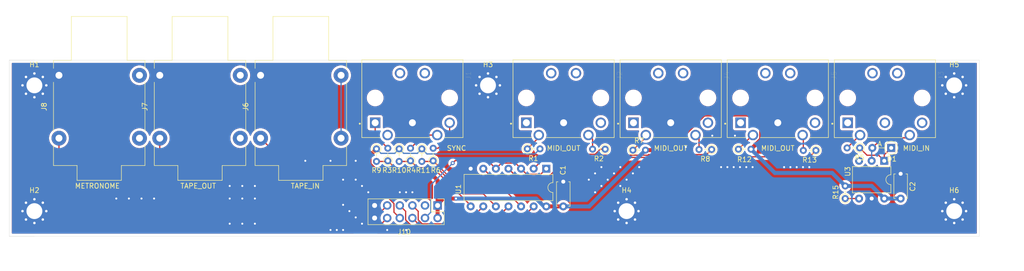
<source format=kicad_pcb>
(kicad_pcb (version 20171130) (host pcbnew 5.1.10)
  (layers (0 F.Cu signal) (31 B.Cu signal) (34 B.Paste user) (35 F.Paste user) (36 B.SilkS user) (37 F.SilkS user) (38 B.Mask user) (39 F.Mask user) (44 Edge.Cuts user))
  (net 0 "")
  (net 1 GND)
  (net 2 +5V)
  (net 3 "Net-(D1-Pad1)")
  (net 4 "Net-(R3-Pad1)")
  (net 5 "Net-(R10-Pad2)")
  (net 6 "Net-(R11-Pad2)")
  (net 7 "Net-(D1-Pad2)")
  (net 8 "Net-(J1-Pad3)")
  (net 9 "Net-(J1-Pad1)")
  (net 10 "Net-(J1-Pad5)")
  (net 11 "Net-(J2-Pad5)")
  (net 12 "Net-(J2-Pad4)")
  (net 13 "Net-(J3-Pad4)")
  (net 14 "Net-(J4-Pad4)")
  (net 15 "Net-(J4-Pad5)")
  (net 16 "Net-(J5-Pad5)")
  (net 17 "Net-(J5-Pad4)")
  (net 18 "Net-(R2-Pad1)")
  (net 19 "Net-(R8-Pad1)")
  (net 20 "Net-(R13-Pad1)")
  (net 21 /MIDI_RX)
  (net 22 /MIDI_TX)
  (net 23 /START)
  (net 24 /CONTINUE)
  (net 25 /CLOCK)
  (net 26 /TAPE_IN)
  (net 27 /METRONOME)
  (net 28 /TAPE_OUT)
  (net 29 "Net-(J6-PadSN)")
  (module Capacitor_THT:C_Disc_D4.7mm_W2.5mm_P5.00mm (layer F.Cu) (at 171.3865 100.6475 90)
    (fp_text reference C1 (at 7.3025 -0.0635 90) (layer F.SilkS))
    (fp_text value 100nF)
    (pad 2 thru_hole circle (at 5 0 90) (size 1.6 1.6) (drill 0.8) (layers *.Cu *.Mask) (net 1 GND))
    (pad 1 thru_hole circle (at 0 0 90) (size 1.6 1.6) (drill 0.8) (layers *.Cu *.Mask) (net 2 +5V))
  )
  (module Capacitor_THT:C_Disc_D4.7mm_W2.5mm_P5.00mm (layer F.Cu) (at 239.395 99.06 90)
    (fp_text reference C2 (at 2.413 2.413 90) (layer F.SilkS))
    (fp_text value 100nF)
    (pad 1 thru_hole circle (at 0 0 90) (size 1.6 1.6) (drill 0.8) (layers *.Cu *.Mask) (net 2 +5V))
    (pad 2 thru_hole circle (at 5 0 90) (size 1.6 1.6) (drill 0.8) (layers *.Cu *.Mask) (net 1 GND))
  )
  (module Resistor_THT:R_Axial_DIN0204_L3.6mm_D1.6mm_P2.54mm_Vertical (layer F.Cu) (at 164.1475 89.027)
    (fp_text reference R1 (at 1.2065 1.905) (layer F.SilkS))
    (fp_text value 220)
    (pad 2 thru_hole oval (at 2.54 0) (size 1.4 1.4) (drill 0.7) (layers *.Cu *.Mask) (net 2 +5V))
    (pad 1 thru_hole circle (at 0 0) (size 1.4 1.4) (drill 0.7) (layers *.Cu *.Mask) (net 12 "Net-(J2-Pad4)"))
  )
  (module Resistor_THT:R_Axial_DIN0204_L3.6mm_D1.6mm_P2.54mm_Vertical (layer F.Cu) (at 179.832 89.0905 180)
    (fp_text reference R2 (at 1.27 -1.92) (layer F.SilkS))
    (fp_text value 220)
    (pad 1 thru_hole circle (at 0 0 180) (size 1.4 1.4) (drill 0.7) (layers *.Cu *.Mask) (net 18 "Net-(R2-Pad1)"))
    (pad 2 thru_hole oval (at 2.54 0 180) (size 1.4 1.4) (drill 0.7) (layers *.Cu *.Mask) (net 11 "Net-(J2-Pad5)"))
  )
  (module Resistor_THT:R_Axial_DIN0204_L3.6mm_D1.6mm_P2.54mm_Vertical (layer F.Cu) (at 136.017 91.44 90)
    (fp_text reference R3 (at -1.905 -0.127 180) (layer F.SilkS))
    (fp_text value 100)
    (pad 1 thru_hole circle (at 0 0 90) (size 1.4 1.4) (drill 0.7) (layers *.Cu *.Mask) (net 4 "Net-(R3-Pad1)"))
    (pad 2 thru_hole oval (at 2.54 0 90) (size 1.4 1.4) (drill 0.7) (layers *.Cu *.Mask) (net 9 "Net-(J1-Pad1)"))
  )
  (module Resistor_THT:R_Axial_DIN0204_L3.6mm_D1.6mm_P2.54mm_Vertical (layer F.Cu) (at 140.589 91.44 90)
    (fp_text reference R4 (at -1.905 0.127 180) (layer F.SilkS))
    (fp_text value 100)
    (pad 2 thru_hole oval (at 2.54 0 90) (size 1.4 1.4) (drill 0.7) (layers *.Cu *.Mask) (net 10 "Net-(J1-Pad5)"))
    (pad 1 thru_hole circle (at 0 0 90) (size 1.4 1.4) (drill 0.7) (layers *.Cu *.Mask) (net 5 "Net-(R10-Pad2)"))
  )
  (module Resistor_THT:R_Axial_DIN0204_L3.6mm_D1.6mm_P2.54mm_Vertical (layer F.Cu) (at 231.14 88.8365 180)
    (fp_text reference R5 (at 0 -1.9685) (layer F.SilkS))
    (fp_text value 220)
    (pad 1 thru_hole circle (at 0 0 180) (size 1.4 1.4) (drill 0.7) (layers *.Cu *.Mask) (net 3 "Net-(D1-Pad1)"))
    (pad 2 thru_hole oval (at 2.54 0 180) (size 1.4 1.4) (drill 0.7) (layers *.Cu *.Mask) (net 13 "Net-(J3-Pad4)"))
  )
  (module Resistor_THT:R_Axial_DIN0204_L3.6mm_D1.6mm_P2.54mm_Vertical (layer F.Cu) (at 145.161 91.44 90)
    (fp_text reference R6 (at -1.905 0.508 180) (layer F.SilkS))
    (fp_text value 100)
    (pad 1 thru_hole circle (at 0 0 90) (size 1.4 1.4) (drill 0.7) (layers *.Cu *.Mask) (net 6 "Net-(R11-Pad2)"))
    (pad 2 thru_hole oval (at 2.54 0 90) (size 1.4 1.4) (drill 0.7) (layers *.Cu *.Mask) (net 8 "Net-(J1-Pad3)"))
  )
  (module Resistor_THT:R_Axial_DIN0204_L3.6mm_D1.6mm_P2.54mm_Vertical (layer F.Cu) (at 185.42 89.281)
    (fp_text reference R7 (at 1.27 -1.92) (layer F.SilkS))
    (fp_text value 220)
    (pad 1 thru_hole circle (at 0 0) (size 1.4 1.4) (drill 0.7) (layers *.Cu *.Mask) (net 14 "Net-(J4-Pad4)"))
    (pad 2 thru_hole oval (at 2.54 0) (size 1.4 1.4) (drill 0.7) (layers *.Cu *.Mask) (net 2 +5V))
  )
  (module Resistor_THT:R_Axial_DIN0204_L3.6mm_D1.6mm_P2.54mm_Vertical (layer F.Cu) (at 201.295 89.154 180)
    (fp_text reference R8 (at 1.27 -1.92) (layer F.SilkS))
    (fp_text value 220)
    (pad 2 thru_hole oval (at 2.54 0 180) (size 1.4 1.4) (drill 0.7) (layers *.Cu *.Mask) (net 15 "Net-(J4-Pad5)"))
    (pad 1 thru_hole circle (at 0 0 180) (size 1.4 1.4) (drill 0.7) (layers *.Cu *.Mask) (net 19 "Net-(R8-Pad1)"))
  )
  (module Resistor_THT:R_Axial_DIN0204_L3.6mm_D1.6mm_P2.54mm_Vertical (layer F.Cu) (at 133.731 89.027 270)
    (fp_text reference R9 (at 4.318 0 180) (layer F.SilkS))
    (fp_text value 4.7K)
    (pad 2 thru_hole oval (at 2.54 0 270) (size 1.4 1.4) (drill 0.7) (layers *.Cu *.Mask) (net 4 "Net-(R3-Pad1)"))
    (pad 1 thru_hole circle (at 0 0 270) (size 1.4 1.4) (drill 0.7) (layers *.Cu *.Mask) (net 2 +5V))
  )
  (module Resistor_THT:R_Axial_DIN0204_L3.6mm_D1.6mm_P2.54mm_Vertical (layer F.Cu) (at 138.303 89.027 270)
    (fp_text reference R10 (at 4.318 0 180) (layer F.SilkS))
    (fp_text value 4.7K)
    (pad 1 thru_hole circle (at 0 0 270) (size 1.4 1.4) (drill 0.7) (layers *.Cu *.Mask) (net 2 +5V))
    (pad 2 thru_hole oval (at 2.54 0 270) (size 1.4 1.4) (drill 0.7) (layers *.Cu *.Mask) (net 5 "Net-(R10-Pad2)"))
  )
  (module Resistor_THT:R_Axial_DIN0204_L3.6mm_D1.6mm_P2.54mm_Vertical (layer F.Cu) (at 142.875 89.027 270)
    (fp_text reference R11 (at 4.318 -0.254 180) (layer F.SilkS))
    (fp_text value 4.7K)
    (pad 2 thru_hole oval (at 2.54 0 270) (size 1.4 1.4) (drill 0.7) (layers *.Cu *.Mask) (net 6 "Net-(R11-Pad2)"))
    (pad 1 thru_hole circle (at 0 0 270) (size 1.4 1.4) (drill 0.7) (layers *.Cu *.Mask) (net 2 +5V))
  )
  (module Resistor_THT:R_Axial_DIN0204_L3.6mm_D1.6mm_P2.54mm_Vertical (layer F.Cu) (at 206.6925 89.0905)
    (fp_text reference R12 (at 1.2065 2.0955) (layer F.SilkS))
    (fp_text value 220)
    (pad 1 thru_hole circle (at 0 0) (size 1.4 1.4) (drill 0.7) (layers *.Cu *.Mask) (net 17 "Net-(J5-Pad4)"))
    (pad 2 thru_hole oval (at 2.54 0) (size 1.4 1.4) (drill 0.7) (layers *.Cu *.Mask) (net 2 +5V))
  )
  (module Resistor_THT:R_Axial_DIN0204_L3.6mm_D1.6mm_P2.54mm_Vertical (layer F.Cu) (at 222.3135 89.3445 180)
    (fp_text reference R13 (at 1.27 -1.92) (layer F.SilkS))
    (fp_text value 220)
    (pad 2 thru_hole oval (at 2.54 0 180) (size 1.4 1.4) (drill 0.7) (layers *.Cu *.Mask) (net 16 "Net-(J5-Pad5)"))
    (pad 1 thru_hole circle (at 0 0 180) (size 1.4 1.4) (drill 0.7) (layers *.Cu *.Mask) (net 20 "Net-(R13-Pad1)"))
  )
  (module Resistor_THT:R_Axial_DIN0204_L3.6mm_D1.6mm_P2.54mm_Vertical (layer F.Cu) (at 228.219 99.06 90)
    (fp_text reference R15 (at 1.27 -1.92 90) (layer F.SilkS))
    (fp_text value DNF)
    (pad 2 thru_hole oval (at 2.54 0 90) (size 1.4 1.4) (drill 0.7) (layers *.Cu *.Mask) (net 2 +5V))
    (pad 1 thru_hole circle (at 0 0 90) (size 1.4 1.4) (drill 0.7) (layers *.Cu *.Mask) (net 21 /MIDI_RX))
  )
  (module MCB1:SWITCHCRAFT_57PC5FS (layer F.Cu) (at 140.97 78.74 270)
    (fp_text reference J1 (at -4.572 -11.303 90) (layer F.SilkS) (effects (font (thickness 0.015))))
    (fp_text value SYNC (at 10.16 -8.89) (layer F.SilkS))
    (pad None np_thru_hole circle (at 0 -7.505 270) (size 2.39 2.39) (drill 2.39) (layers *.Cu *.Mask))
    (pad None np_thru_hole circle (at 0 7.505 270) (size 2.39 2.39) (drill 2.39) (layers *.Cu *.Mask))
    (pad G1 thru_hole circle (at -5 -2.5 270) (size 2.1 2.1) (drill 1.4) (layers *.Cu *.Mask))
    (pad G2 thru_hole circle (at -5 2.5 270) (size 2.1 2.1) (drill 1.4) (layers *.Cu *.Mask))
    (pad 2 thru_hole circle (at 5.01 0 270) (size 2.1 2.1) (drill 1.4) (layers *.Cu *.Mask) (net 1 GND))
    (pad 3 thru_hole circle (at 5.01 -7.505 270) (size 2.1 2.1) (drill 1.4) (layers *.Cu *.Mask) (net 8 "Net-(J1-Pad3)"))
    (pad 1 thru_hole rect (at 5.01 7.505 270) (size 2.1 2.1) (drill 1.4) (layers *.Cu *.Mask) (net 9 "Net-(J1-Pad1)"))
    (pad 5 thru_hole circle (at 7.5 -5.005 270) (size 2.1 2.1) (drill 1.4) (layers *.Cu *.Mask) (net 10 "Net-(J1-Pad5)"))
    (pad 4 thru_hole circle (at 7.5 5.005 270) (size 2.1 2.1) (drill 1.4) (layers *.Cu *.Mask))
  )
  (module MCB1:SWITCHCRAFT_57PC5FS (layer F.Cu) (at 171.45 78.74 270)
    (fp_text reference J2 (at -4.572 -11.303 90) (layer F.SilkS) (effects (font (thickness 0.015))))
    (fp_text value MIDI_OUT (at 10.16 0 180) (layer F.SilkS))
    (pad None np_thru_hole circle (at 0 -7.505 270) (size 2.39 2.39) (drill 2.39) (layers *.Cu *.Mask))
    (pad None np_thru_hole circle (at 0 7.505 270) (size 2.39 2.39) (drill 2.39) (layers *.Cu *.Mask))
    (pad G1 thru_hole circle (at -5 -2.5 270) (size 2.1 2.1) (drill 1.4) (layers *.Cu *.Mask))
    (pad G2 thru_hole circle (at -5 2.5 270) (size 2.1 2.1) (drill 1.4) (layers *.Cu *.Mask))
    (pad 2 thru_hole circle (at 5.01 0 270) (size 2.1 2.1) (drill 1.4) (layers *.Cu *.Mask) (net 1 GND))
    (pad 3 thru_hole circle (at 5.01 -7.505 270) (size 2.1 2.1) (drill 1.4) (layers *.Cu *.Mask))
    (pad 1 thru_hole rect (at 5.01 7.505 270) (size 2.1 2.1) (drill 1.4) (layers *.Cu *.Mask))
    (pad 5 thru_hole circle (at 7.5 -5.005 270) (size 2.1 2.1) (drill 1.4) (layers *.Cu *.Mask) (net 11 "Net-(J2-Pad5)"))
    (pad 4 thru_hole circle (at 7.5 5.005 270) (size 2.1 2.1) (drill 1.4) (layers *.Cu *.Mask) (net 12 "Net-(J2-Pad4)"))
  )
  (module MCB1:SWITCHCRAFT_57PC5FS (layer F.Cu) (at 236.22 78.7465 270)
    (fp_text reference J3 (at -4.572 -11.303 90) (layer F.SilkS) (effects (font (thickness 0.015))))
    (fp_text value MIDI_IN (at 10.1535 -6.35) (layer F.SilkS))
    (pad 4 thru_hole circle (at 7.5 5.005 270) (size 2.1 2.1) (drill 1.4) (layers *.Cu *.Mask) (net 13 "Net-(J3-Pad4)"))
    (pad 5 thru_hole circle (at 7.5 -5.005 270) (size 2.1 2.1) (drill 1.4) (layers *.Cu *.Mask) (net 7 "Net-(D1-Pad2)"))
    (pad 1 thru_hole rect (at 5.01 7.505 270) (size 2.1 2.1) (drill 1.4) (layers *.Cu *.Mask))
    (pad 3 thru_hole circle (at 5.01 -7.505 270) (size 2.1 2.1) (drill 1.4) (layers *.Cu *.Mask))
    (pad 2 thru_hole circle (at 5.01 0 270) (size 2.1 2.1) (drill 1.4) (layers *.Cu *.Mask))
    (pad G2 thru_hole circle (at -5 2.5 270) (size 2.1 2.1) (drill 1.4) (layers *.Cu *.Mask))
    (pad G1 thru_hole circle (at -5 -2.5 270) (size 2.1 2.1) (drill 1.4) (layers *.Cu *.Mask))
    (pad None np_thru_hole circle (at 0 7.505 270) (size 2.39 2.39) (drill 2.39) (layers *.Cu *.Mask))
    (pad None np_thru_hole circle (at 0 -7.505 270) (size 2.39 2.39) (drill 2.39) (layers *.Cu *.Mask))
  )
  (module MCB1:SWITCHCRAFT_57PC5FS (layer F.Cu) (at 193.04 78.74 270)
    (fp_text reference J4 (at -4.572 -11.303 90) (layer F.SilkS) (effects (font (thickness 0.015))))
    (fp_text value MIDI_OUT (at 10.16 0 180) (layer F.SilkS))
    (pad 4 thru_hole circle (at 7.5 5.005 270) (size 2.1 2.1) (drill 1.4) (layers *.Cu *.Mask) (net 14 "Net-(J4-Pad4)"))
    (pad 5 thru_hole circle (at 7.5 -5.005 270) (size 2.1 2.1) (drill 1.4) (layers *.Cu *.Mask) (net 15 "Net-(J4-Pad5)"))
    (pad 1 thru_hole rect (at 5.01 7.505 270) (size 2.1 2.1) (drill 1.4) (layers *.Cu *.Mask))
    (pad 3 thru_hole circle (at 5.01 -7.505 270) (size 2.1 2.1) (drill 1.4) (layers *.Cu *.Mask))
    (pad 2 thru_hole circle (at 5.01 0 270) (size 2.1 2.1) (drill 1.4) (layers *.Cu *.Mask) (net 1 GND))
    (pad G2 thru_hole circle (at -5 2.5 270) (size 2.1 2.1) (drill 1.4) (layers *.Cu *.Mask))
    (pad G1 thru_hole circle (at -5 -2.5 270) (size 2.1 2.1) (drill 1.4) (layers *.Cu *.Mask))
    (pad None np_thru_hole circle (at 0 7.505 270) (size 2.39 2.39) (drill 2.39) (layers *.Cu *.Mask))
    (pad None np_thru_hole circle (at 0 -7.505 270) (size 2.39 2.39) (drill 2.39) (layers *.Cu *.Mask))
  )
  (module MCB1:SWITCHCRAFT_57PC5FS (layer F.Cu) (at 214.63 78.74 270)
    (fp_text reference J5 (at -4.572 -11.303 90) (layer F.SilkS) (effects (font (thickness 0.015))))
    (fp_text value MIDI_OUT (at 10.16 0 180) (layer F.SilkS))
    (pad None np_thru_hole circle (at 0 -7.505 270) (size 2.39 2.39) (drill 2.39) (layers *.Cu *.Mask))
    (pad None np_thru_hole circle (at 0 7.505 270) (size 2.39 2.39) (drill 2.39) (layers *.Cu *.Mask))
    (pad G1 thru_hole circle (at -5 -2.5 270) (size 2.1 2.1) (drill 1.4) (layers *.Cu *.Mask))
    (pad G2 thru_hole circle (at -5 2.5 270) (size 2.1 2.1) (drill 1.4) (layers *.Cu *.Mask))
    (pad 2 thru_hole circle (at 5.01 0 270) (size 2.1 2.1) (drill 1.4) (layers *.Cu *.Mask) (net 1 GND))
    (pad 3 thru_hole circle (at 5.01 -7.505 270) (size 2.1 2.1) (drill 1.4) (layers *.Cu *.Mask))
    (pad 1 thru_hole rect (at 5.01 7.505 270) (size 2.1 2.1) (drill 1.4) (layers *.Cu *.Mask))
    (pad 5 thru_hole circle (at 7.5 -5.005 270) (size 2.1 2.1) (drill 1.4) (layers *.Cu *.Mask) (net 16 "Net-(J5-Pad5)"))
    (pad 4 thru_hole circle (at 7.5 5.005 270) (size 2.1 2.1) (drill 1.4) (layers *.Cu *.Mask) (net 17 "Net-(J5-Pad4)"))
  )
  (module Package_DIP:DIP-14_W7.62mm (layer F.Cu) (at 167.9575 93.0275 270)
    (fp_text reference U1 (at 4.1275 17.7165 90) (layer F.SilkS))
    (fp_text value 74LS05)
    (pad 1 thru_hole rect (at 0 0 270) (size 1.6 1.6) (drill 0.8) (layers *.Cu *.Mask) (net 22 /MIDI_TX))
    (pad 8 thru_hole oval (at 7.62 15.24 270) (size 1.6 1.6) (drill 0.8) (layers *.Cu *.Mask) (net 4 "Net-(R3-Pad1)"))
    (pad 2 thru_hole oval (at 0 2.54 270) (size 1.6 1.6) (drill 0.8) (layers *.Cu *.Mask) (net 18 "Net-(R2-Pad1)"))
    (pad 9 thru_hole oval (at 7.62 12.7 270) (size 1.6 1.6) (drill 0.8) (layers *.Cu *.Mask) (net 23 /START))
    (pad 3 thru_hole oval (at 0 5.08 270) (size 1.6 1.6) (drill 0.8) (layers *.Cu *.Mask) (net 22 /MIDI_TX))
    (pad 10 thru_hole oval (at 7.62 10.16 270) (size 1.6 1.6) (drill 0.8) (layers *.Cu *.Mask) (net 5 "Net-(R10-Pad2)"))
    (pad 4 thru_hole oval (at 0 7.62 270) (size 1.6 1.6) (drill 0.8) (layers *.Cu *.Mask) (net 19 "Net-(R8-Pad1)"))
    (pad 11 thru_hole oval (at 7.62 7.62 270) (size 1.6 1.6) (drill 0.8) (layers *.Cu *.Mask) (net 24 /CONTINUE))
    (pad 5 thru_hole oval (at 0 10.16 270) (size 1.6 1.6) (drill 0.8) (layers *.Cu *.Mask) (net 22 /MIDI_TX))
    (pad 12 thru_hole oval (at 7.62 5.08 270) (size 1.6 1.6) (drill 0.8) (layers *.Cu *.Mask) (net 6 "Net-(R11-Pad2)"))
    (pad 6 thru_hole oval (at 0 12.7 270) (size 1.6 1.6) (drill 0.8) (layers *.Cu *.Mask) (net 20 "Net-(R13-Pad1)"))
    (pad 13 thru_hole oval (at 7.62 2.54 270) (size 1.6 1.6) (drill 0.8) (layers *.Cu *.Mask) (net 25 /CLOCK))
    (pad 7 thru_hole oval (at 0 15.24 270) (size 1.6 1.6) (drill 0.8) (layers *.Cu *.Mask) (net 1 GND))
    (pad 14 thru_hole oval (at 7.62 0 270) (size 1.6 1.6) (drill 0.8) (layers *.Cu *.Mask) (net 2 +5V))
  )
  (module Connector_PinHeader_2.54mm:PinHeader_2x06_P2.54mm_Vertical (layer F.Cu) (at 146.05 100.457 270)
    (fp_text reference J10 (at 5.334 6.731 180) (layer F.SilkS))
    (fp_text value Conn_01x12)
    (pad 1 thru_hole rect (at 0 0 270) (size 1.7 1.7) (drill 1) (layers *.Cu *.Mask) (net 2 +5V))
    (pad 2 thru_hole oval (at 2.54 0 270) (size 1.7 1.7) (drill 1) (layers *.Cu *.Mask) (net 2 +5V))
    (pad 3 thru_hole oval (at 0 2.54 270) (size 1.7 1.7) (drill 1) (layers *.Cu *.Mask) (net 21 /MIDI_RX))
    (pad 4 thru_hole oval (at 2.54 2.54 270) (size 1.7 1.7) (drill 1) (layers *.Cu *.Mask) (net 22 /MIDI_TX))
    (pad 5 thru_hole oval (at 0 5.08 270) (size 1.7 1.7) (drill 1) (layers *.Cu *.Mask) (net 23 /START))
    (pad 6 thru_hole oval (at 2.54 5.08 270) (size 1.7 1.7) (drill 1) (layers *.Cu *.Mask) (net 24 /CONTINUE))
    (pad 7 thru_hole oval (at 0 7.62 270) (size 1.7 1.7) (drill 1) (layers *.Cu *.Mask) (net 25 /CLOCK))
    (pad 8 thru_hole oval (at 2.54 7.62 270) (size 1.7 1.7) (drill 1) (layers *.Cu *.Mask) (net 26 /TAPE_IN))
    (pad 9 thru_hole oval (at 0 10.16 270) (size 1.7 1.7) (drill 1) (layers *.Cu *.Mask) (net 28 /TAPE_OUT))
    (pad 10 thru_hole oval (at 2.54 10.16 270) (size 1.7 1.7) (drill 1) (layers *.Cu *.Mask) (net 27 /METRONOME))
    (pad 11 thru_hole oval (at 0 12.7 270) (size 1.7 1.7) (drill 1) (layers *.Cu *.Mask) (net 1 GND))
    (pad 12 thru_hole oval (at 2.54 12.7 270) (size 1.7 1.7) (drill 1) (layers *.Cu *.Mask) (net 1 GND))
  )
  (module MountingHole:MountingHole_3.2mm_M3_Pad_Via (layer F.Cu) (at 64.77 76.2)
    (fp_text reference H1 (at 0 -4.2) (layer F.SilkS))
    (fp_text value MountingHole_Pad)
    (pad 1 thru_hole circle (at 1.697056 -1.697056) (size 0.8 0.8) (drill 0.5) (layers *.Cu *.Mask) (net 1 GND))
    (pad 1 thru_hole circle (at 0 -2.4) (size 0.8 0.8) (drill 0.5) (layers *.Cu *.Mask) (net 1 GND))
    (pad 1 thru_hole circle (at -1.697056 -1.697056) (size 0.8 0.8) (drill 0.5) (layers *.Cu *.Mask) (net 1 GND))
    (pad 1 thru_hole circle (at -2.4 0) (size 0.8 0.8) (drill 0.5) (layers *.Cu *.Mask) (net 1 GND))
    (pad 1 thru_hole circle (at -1.697056 1.697056) (size 0.8 0.8) (drill 0.5) (layers *.Cu *.Mask) (net 1 GND))
    (pad 1 thru_hole circle (at 0 2.4) (size 0.8 0.8) (drill 0.5) (layers *.Cu *.Mask) (net 1 GND))
    (pad 1 thru_hole circle (at 1.697056 1.697056) (size 0.8 0.8) (drill 0.5) (layers *.Cu *.Mask) (net 1 GND))
    (pad 1 thru_hole circle (at 2.4 0) (size 0.8 0.8) (drill 0.5) (layers *.Cu *.Mask) (net 1 GND))
    (pad 1 thru_hole circle (at 0 0) (size 6.4 6.4) (drill 3.2) (layers *.Cu *.Mask) (net 1 GND))
  )
  (module MountingHole:MountingHole_3.2mm_M3_Pad_Via (layer F.Cu) (at 64.77 101.6)
    (fp_text reference H2 (at 0 -4.2) (layer F.SilkS))
    (fp_text value MountingHole_Pad)
    (pad 1 thru_hole circle (at 0 0) (size 6.4 6.4) (drill 3.2) (layers *.Cu *.Mask) (net 1 GND))
    (pad 1 thru_hole circle (at 2.4 0) (size 0.8 0.8) (drill 0.5) (layers *.Cu *.Mask) (net 1 GND))
    (pad 1 thru_hole circle (at 1.697056 1.697056) (size 0.8 0.8) (drill 0.5) (layers *.Cu *.Mask) (net 1 GND))
    (pad 1 thru_hole circle (at 0 2.4) (size 0.8 0.8) (drill 0.5) (layers *.Cu *.Mask) (net 1 GND))
    (pad 1 thru_hole circle (at -1.697056 1.697056) (size 0.8 0.8) (drill 0.5) (layers *.Cu *.Mask) (net 1 GND))
    (pad 1 thru_hole circle (at -2.4 0) (size 0.8 0.8) (drill 0.5) (layers *.Cu *.Mask) (net 1 GND))
    (pad 1 thru_hole circle (at -1.697056 -1.697056) (size 0.8 0.8) (drill 0.5) (layers *.Cu *.Mask) (net 1 GND))
    (pad 1 thru_hole circle (at 0 -2.4) (size 0.8 0.8) (drill 0.5) (layers *.Cu *.Mask) (net 1 GND))
    (pad 1 thru_hole circle (at 1.697056 -1.697056) (size 0.8 0.8) (drill 0.5) (layers *.Cu *.Mask) (net 1 GND))
  )
  (module MountingHole:MountingHole_3.2mm_M3_Pad_Via (layer F.Cu) (at 156.21 76.2)
    (fp_text reference H3 (at 0 -4.2) (layer F.SilkS))
    (fp_text value MountingHole_Pad)
    (pad 1 thru_hole circle (at 1.697056 -1.697056) (size 0.8 0.8) (drill 0.5) (layers *.Cu *.Mask) (net 1 GND))
    (pad 1 thru_hole circle (at 0 -2.4) (size 0.8 0.8) (drill 0.5) (layers *.Cu *.Mask) (net 1 GND))
    (pad 1 thru_hole circle (at -1.697056 -1.697056) (size 0.8 0.8) (drill 0.5) (layers *.Cu *.Mask) (net 1 GND))
    (pad 1 thru_hole circle (at -2.4 0) (size 0.8 0.8) (drill 0.5) (layers *.Cu *.Mask) (net 1 GND))
    (pad 1 thru_hole circle (at -1.697056 1.697056) (size 0.8 0.8) (drill 0.5) (layers *.Cu *.Mask) (net 1 GND))
    (pad 1 thru_hole circle (at 0 2.4) (size 0.8 0.8) (drill 0.5) (layers *.Cu *.Mask) (net 1 GND))
    (pad 1 thru_hole circle (at 1.697056 1.697056) (size 0.8 0.8) (drill 0.5) (layers *.Cu *.Mask) (net 1 GND))
    (pad 1 thru_hole circle (at 2.4 0) (size 0.8 0.8) (drill 0.5) (layers *.Cu *.Mask) (net 1 GND))
    (pad 1 thru_hole circle (at 0 0) (size 6.4 6.4) (drill 3.2) (layers *.Cu *.Mask) (net 1 GND))
  )
  (module MountingHole:MountingHole_3.2mm_M3_Pad_Via (layer F.Cu) (at 184.15 101.6)
    (fp_text reference H4 (at 0 -4.2) (layer F.SilkS))
    (fp_text value MountingHole_Pad)
    (pad 1 thru_hole circle (at 0 0) (size 6.4 6.4) (drill 3.2) (layers *.Cu *.Mask) (net 1 GND))
    (pad 1 thru_hole circle (at 2.4 0) (size 0.8 0.8) (drill 0.5) (layers *.Cu *.Mask) (net 1 GND))
    (pad 1 thru_hole circle (at 1.697056 1.697056) (size 0.8 0.8) (drill 0.5) (layers *.Cu *.Mask) (net 1 GND))
    (pad 1 thru_hole circle (at 0 2.4) (size 0.8 0.8) (drill 0.5) (layers *.Cu *.Mask) (net 1 GND))
    (pad 1 thru_hole circle (at -1.697056 1.697056) (size 0.8 0.8) (drill 0.5) (layers *.Cu *.Mask) (net 1 GND))
    (pad 1 thru_hole circle (at -2.4 0) (size 0.8 0.8) (drill 0.5) (layers *.Cu *.Mask) (net 1 GND))
    (pad 1 thru_hole circle (at -1.697056 -1.697056) (size 0.8 0.8) (drill 0.5) (layers *.Cu *.Mask) (net 1 GND))
    (pad 1 thru_hole circle (at 0 -2.4) (size 0.8 0.8) (drill 0.5) (layers *.Cu *.Mask) (net 1 GND))
    (pad 1 thru_hole circle (at 1.697056 -1.697056) (size 0.8 0.8) (drill 0.5) (layers *.Cu *.Mask) (net 1 GND))
  )
  (module MountingHole:MountingHole_3.2mm_M3_Pad_Via (layer F.Cu) (at 250.19 76.2)
    (fp_text reference H5 (at 0 -4.2) (layer F.SilkS))
    (fp_text value MountingHole_Pad)
    (pad 1 thru_hole circle (at 1.697056 -1.697056) (size 0.8 0.8) (drill 0.5) (layers *.Cu *.Mask) (net 1 GND))
    (pad 1 thru_hole circle (at 0 -2.4) (size 0.8 0.8) (drill 0.5) (layers *.Cu *.Mask) (net 1 GND))
    (pad 1 thru_hole circle (at -1.697056 -1.697056) (size 0.8 0.8) (drill 0.5) (layers *.Cu *.Mask) (net 1 GND))
    (pad 1 thru_hole circle (at -2.4 0) (size 0.8 0.8) (drill 0.5) (layers *.Cu *.Mask) (net 1 GND))
    (pad 1 thru_hole circle (at -1.697056 1.697056) (size 0.8 0.8) (drill 0.5) (layers *.Cu *.Mask) (net 1 GND))
    (pad 1 thru_hole circle (at 0 2.4) (size 0.8 0.8) (drill 0.5) (layers *.Cu *.Mask) (net 1 GND))
    (pad 1 thru_hole circle (at 1.697056 1.697056) (size 0.8 0.8) (drill 0.5) (layers *.Cu *.Mask) (net 1 GND))
    (pad 1 thru_hole circle (at 2.4 0) (size 0.8 0.8) (drill 0.5) (layers *.Cu *.Mask) (net 1 GND))
    (pad 1 thru_hole circle (at 0 0) (size 6.4 6.4) (drill 3.2) (layers *.Cu *.Mask) (net 1 GND))
  )
  (module MountingHole:MountingHole_3.2mm_M3_Pad_Via (layer F.Cu) (at 250.19 101.6)
    (fp_text reference H6 (at 0 -4.2) (layer F.SilkS))
    (fp_text value MountingHole_Pad)
    (pad 1 thru_hole circle (at 0 0) (size 6.4 6.4) (drill 3.2) (layers *.Cu *.Mask) (net 1 GND))
    (pad 1 thru_hole circle (at 2.4 0) (size 0.8 0.8) (drill 0.5) (layers *.Cu *.Mask) (net 1 GND))
    (pad 1 thru_hole circle (at 1.697056 1.697056) (size 0.8 0.8) (drill 0.5) (layers *.Cu *.Mask) (net 1 GND))
    (pad 1 thru_hole circle (at 0 2.4) (size 0.8 0.8) (drill 0.5) (layers *.Cu *.Mask) (net 1 GND))
    (pad 1 thru_hole circle (at -1.697056 1.697056) (size 0.8 0.8) (drill 0.5) (layers *.Cu *.Mask) (net 1 GND))
    (pad 1 thru_hole circle (at -2.4 0) (size 0.8 0.8) (drill 0.5) (layers *.Cu *.Mask) (net 1 GND))
    (pad 1 thru_hole circle (at -1.697056 -1.697056) (size 0.8 0.8) (drill 0.5) (layers *.Cu *.Mask) (net 1 GND))
    (pad 1 thru_hole circle (at 0 -2.4) (size 0.8 0.8) (drill 0.5) (layers *.Cu *.Mask) (net 1 GND))
    (pad 1 thru_hole circle (at 1.697056 -1.697056) (size 0.8 0.8) (drill 0.5) (layers *.Cu *.Mask) (net 1 GND))
  )
  (module Connector_Audio:Jack_6.35mm_Neutrik_NMJ4HFD3_Horizontal (layer F.Cu) (at 110.363 86.868 90)
    (fp_text reference J6 (at 6.35 -3 90) (layer F.SilkS))
    (fp_text value TAPE_IN (at -9.652 9.017 180) (layer F.SilkS))
    (pad S thru_hole circle (at 12.7 0 90) (size 3 3) (drill 1.4) (layers *.Cu *.Mask) (net 1 GND))
    (pad T thru_hole circle (at 0 0 90) (size 3 3) (drill 1.4) (layers *.Cu *.Mask) (net 26 /TAPE_IN))
    (pad SN thru_hole circle (at 12.7 16.23 90) (size 3 3) (drill 1.4) (layers *.Cu *.Mask) (net 29 "Net-(J6-PadSN)"))
    (pad TN thru_hole circle (at 0 16.23 90) (size 3 3) (drill 1.4) (layers *.Cu *.Mask) (net 29 "Net-(J6-PadSN)"))
  )
  (module Connector_Audio:Jack_6.35mm_Neutrik_NMJ4HFD3_Horizontal (layer F.Cu) (at 90.043 86.868 90)
    (fp_text reference J7 (at 6.35 -3 90) (layer F.SilkS))
    (fp_text value TAPE_OUT (at -9.652 7.747 180) (layer F.SilkS))
    (pad TN thru_hole circle (at 0 16.23 90) (size 3 3) (drill 1.4) (layers *.Cu *.Mask))
    (pad SN thru_hole circle (at 12.7 16.23 90) (size 3 3) (drill 1.4) (layers *.Cu *.Mask))
    (pad T thru_hole circle (at 0 0 90) (size 3 3) (drill 1.4) (layers *.Cu *.Mask) (net 28 /TAPE_OUT))
    (pad S thru_hole circle (at 12.7 0 90) (size 3 3) (drill 1.4) (layers *.Cu *.Mask) (net 1 GND))
  )
  (module Connector_Audio:Jack_6.35mm_Neutrik_NMJ4HFD3_Horizontal (layer F.Cu) (at 69.723 86.868 90)
    (fp_text reference J8 (at 6.35 -3 90) (layer F.SilkS))
    (fp_text value METRONOME (at -9.652 7.747 180) (layer F.SilkS))
    (pad S thru_hole circle (at 12.7 0 90) (size 3 3) (drill 1.4) (layers *.Cu *.Mask) (net 1 GND))
    (pad T thru_hole circle (at 0 0 90) (size 3 3) (drill 1.4) (layers *.Cu *.Mask) (net 27 /METRONOME))
    (pad SN thru_hole circle (at 12.7 16.23 90) (size 3 3) (drill 1.4) (layers *.Cu *.Mask))
    (pad TN thru_hole circle (at 0 16.23 90) (size 3 3) (drill 1.4) (layers *.Cu *.Mask))
  )
  (module Package_DIP:DIP-6_W7.62mm (layer F.Cu) (at 236.093 91.44 270)
    (fp_text reference U3 (at 2.159 7.366 90) (layer F.SilkS))
    (fp_text value H11L3)
    (pad 1 thru_hole rect (at 0 0 270) (size 1.6 1.6) (drill 0.8) (layers *.Cu *.Mask) (net 3 "Net-(D1-Pad1)"))
    (pad 4 thru_hole oval (at 7.62 5.08 270) (size 1.6 1.6) (drill 0.8) (layers *.Cu *.Mask) (net 21 /MIDI_RX))
    (pad 2 thru_hole oval (at 0 2.54 270) (size 1.6 1.6) (drill 0.8) (layers *.Cu *.Mask) (net 7 "Net-(D1-Pad2)"))
    (pad 5 thru_hole oval (at 7.62 2.54 270) (size 1.6 1.6) (drill 0.8) (layers *.Cu *.Mask) (net 1 GND))
    (pad 3 thru_hole oval (at 0 5.08 270) (size 1.6 1.6) (drill 0.8) (layers *.Cu *.Mask))
    (pad 6 thru_hole oval (at 7.62 0 270) (size 1.6 1.6) (drill 0.8) (layers *.Cu *.Mask) (net 2 +5V))
  )
  (module Diode_THT:D_DO-35_SOD27_P3.81mm_Vertical_AnodeUp (layer F.Cu) (at 237.49 88.8365 180)
    (fp_text reference D1 (at -0.127 -2.2225) (layer F.SilkS))
    (fp_text value 1N4148)
    (fp_text user A (at 2.31 0.8) (layer F.SilkS))
    (pad 1 thru_hole rect (at 0 0 180) (size 1.6 1.6) (drill 0.8) (layers *.Cu *.Mask) (net 3 "Net-(D1-Pad1)"))
    (pad 2 thru_hole oval (at 3.81 0 180) (size 1.6 1.6) (drill 0.8) (layers *.Cu *.Mask) (net 7 "Net-(D1-Pad2)"))
  )
  (gr_line (start 59.69 106.68) (end 255.27 106.68) (layer Edge.Cuts) (width 0.05))
  (gr_line (start 255.27 71.12) (end 59.69 71.12) (layer Edge.Cuts) (width 0.05))
  (gr_line (start 255.27 106.68) (end 255.27 71.12) (layer Edge.Cuts) (width 0.05))
  (gr_line (start 59.69 106.68) (end 64.77 106.68) (layer Edge.Cuts) (width 0.05))
  (gr_line (start 59.69 71.12) (end 59.69 106.68) (layer Edge.Cuts) (width 0.05))
  (gr_line (start 64.77 71.12) (end 59.69 71.12) (layer Edge.Cuts) (width 0.05))
  (via (at 201.422 86.36) (size 0.8) (drill 0.4) (layers F.Cu B.Cu) (net 1))
  (via (at 205.994 86.36) (size 0.8) (drill 0.4) (layers F.Cu B.Cu) (net 1))
  (via (at 196.088 88.646) (size 0.8) (drill 0.4) (layers F.Cu B.Cu) (net 1))
  (via (at 220.98 92.71) (size 0.8) (drill 0.4) (layers F.Cu B.Cu) (net 1))
  (via (at 219.71 92.71) (size 0.8) (drill 0.4) (layers F.Cu B.Cu) (net 1))
  (via (at 218.44 92.71) (size 0.8) (drill 0.4) (layers F.Cu B.Cu) (net 1))
  (via (at 217.17 92.71) (size 0.8) (drill 0.4) (layers F.Cu B.Cu) (net 1))
  (via (at 215.9 92.71) (size 0.8) (drill 0.4) (layers F.Cu B.Cu) (net 1))
  (via (at 209.55 92.71) (size 0.8) (drill 0.4) (layers F.Cu B.Cu) (net 1))
  (via (at 208.28 92.71) (size 0.8) (drill 0.4) (layers F.Cu B.Cu) (net 1))
  (via (at 207.01 92.71) (size 0.8) (drill 0.4) (layers F.Cu B.Cu) (net 1))
  (via (at 205.74 92.71) (size 0.8) (drill 0.4) (layers F.Cu B.Cu) (net 1))
  (via (at 204.47 92.71) (size 0.8) (drill 0.4) (layers F.Cu B.Cu) (net 1))
  (via (at 203.2 92.71) (size 0.8) (drill 0.4) (layers F.Cu B.Cu) (net 1))
  (via (at 186.69 92.71) (size 0.8) (drill 0.4) (layers F.Cu B.Cu) (net 1))
  (via (at 185.42 93.98) (size 0.8) (drill 0.4) (layers F.Cu B.Cu) (net 1))
  (via (at 184.15 95.25) (size 0.8) (drill 0.4) (layers F.Cu B.Cu) (net 1))
  (via (at 182.88 96.52) (size 0.8) (drill 0.4) (layers F.Cu B.Cu) (net 1))
  (via (at 182.88 92.71) (size 0.8) (drill 0.4) (layers F.Cu B.Cu) (net 1))
  (via (at 181.61 93.98) (size 0.8) (drill 0.4) (layers F.Cu B.Cu) (net 1))
  (via (at 180.34 95.25) (size 0.8) (drill 0.4) (layers F.Cu B.Cu) (net 1))
  (via (at 179.07 96.52) (size 0.8) (drill 0.4) (layers F.Cu B.Cu) (net 1))
  (via (at 177.8 97.79) (size 0.8) (drill 0.4) (layers F.Cu B.Cu) (net 1))
  (via (at 179.07 92.71) (size 0.8) (drill 0.4) (layers F.Cu B.Cu) (net 1))
  (via (at 177.8 93.98) (size 0.8) (drill 0.4) (layers F.Cu B.Cu) (net 1))
  (via (at 176.53 95.25) (size 0.8) (drill 0.4) (layers F.Cu B.Cu) (net 1))
  (via (at 135.89 105.41) (size 0.8) (drill 0.4) (layers F.Cu B.Cu) (net 1))
  (via (at 139.7 105.41) (size 0.8) (drill 0.4) (layers F.Cu B.Cu) (net 1))
  (via (at 127 105.41) (size 0.8) (drill 0.4) (layers F.Cu B.Cu) (net 1))
  (via (at 125.73 105.41) (size 0.8) (drill 0.4) (layers F.Cu B.Cu) (net 1))
  (via (at 124.46 105.41) (size 0.8) (drill 0.4) (layers F.Cu B.Cu) (net 1))
  (via (at 130.81 104.14) (size 0.8) (drill 0.4) (layers F.Cu B.Cu) (net 1))
  (via (at 129.54 102.87) (size 0.8) (drill 0.4) (layers F.Cu B.Cu) (net 1))
  (via (at 128.27 101.6) (size 0.8) (drill 0.4) (layers F.Cu B.Cu) (net 1))
  (via (at 127 100.33) (size 0.8) (drill 0.4) (layers F.Cu B.Cu) (net 1))
  (via (at 132.08 97.79) (size 0.8) (drill 0.4) (layers F.Cu B.Cu) (net 1))
  (via (at 130.81 96.52) (size 0.8) (drill 0.4) (layers F.Cu B.Cu) (net 1))
  (via (at 129.54 95.25) (size 0.8) (drill 0.4) (layers F.Cu B.Cu) (net 1))
  (via (at 127 95.25) (size 0.8) (drill 0.4) (layers F.Cu B.Cu) (net 1))
  (via (at 138.43 97.79) (size 0.8) (drill 0.4) (layers F.Cu B.Cu) (net 1))
  (via (at 139.7 97.79) (size 0.8) (drill 0.4) (layers F.Cu B.Cu) (net 1))
  (via (at 140.97 97.79) (size 0.8) (drill 0.4) (layers F.Cu B.Cu) (net 1))
  (via (at 81.28 99.06) (size 0.8) (drill 0.4) (layers F.Cu B.Cu) (net 1))
  (via (at 83.82 99.06) (size 0.8) (drill 0.4) (layers F.Cu B.Cu) (net 1))
  (via (at 86.36 99.06) (size 0.8) (drill 0.4) (layers F.Cu B.Cu) (net 1))
  (via (at 88.9 99.06) (size 0.8) (drill 0.4) (layers F.Cu B.Cu) (net 1))
  (via (at 104.14 99.06) (size 0.8) (drill 0.4) (layers F.Cu B.Cu) (net 1))
  (via (at 106.68 99.06) (size 0.8) (drill 0.4) (layers F.Cu B.Cu) (net 1))
  (via (at 109.22 99.06) (size 0.8) (drill 0.4) (layers F.Cu B.Cu) (net 1))
  (via (at 104.14 96.52) (size 0.8) (drill 0.4) (layers F.Cu B.Cu) (net 1))
  (via (at 106.68 96.52) (size 0.8) (drill 0.4) (layers F.Cu B.Cu) (net 1))
  (via (at 109.22 96.52) (size 0.8) (drill 0.4) (layers F.Cu B.Cu) (net 1))
  (via (at 104.14 104.14) (size 0.8) (drill 0.4) (layers F.Cu B.Cu) (net 1))
  (via (at 106.68 104.14) (size 0.8) (drill 0.4) (layers F.Cu B.Cu) (net 1))
  (via (at 109.22 104.14) (size 0.8) (drill 0.4) (layers F.Cu B.Cu) (net 1))
  (via (at 119.38 91.44) (size 0.8) (drill 0.4) (layers F.Cu B.Cu) (net 1))
  (via (at 124.46 91.44) (size 0.8) (drill 0.4) (layers F.Cu B.Cu) (net 1))
  (via (at 129.54 91.44) (size 0.8) (drill 0.4) (layers F.Cu B.Cu) (net 1))
  (segment (start 137.404999 89.925001) (end 138.303 89.027) (width 0.25) (layer B.Cu) (net 2))
  (segment (start 134.629001 89.925001) (end 137.404999 89.925001) (width 0.25) (layer B.Cu) (net 2))
  (segment (start 133.731 89.027) (end 134.629001 89.925001) (width 0.25) (layer B.Cu) (net 2))
  (segment (start 141.976999 89.925001) (end 142.875 89.027) (width 0.25) (layer B.Cu) (net 2))
  (segment (start 139.201001 89.925001) (end 141.976999 89.925001) (width 0.25) (layer B.Cu) (net 2))
  (segment (start 138.303 89.027) (end 139.201001 89.925001) (width 0.25) (layer B.Cu) (net 2))
  (segment (start 165.662499 90.052001) (end 166.6875 89.027) (width 0.25) (layer B.Cu) (net 2))
  (segment (start 143.900001 90.052001) (end 165.662499 90.052001) (width 0.25) (layer B.Cu) (net 2))
  (segment (start 142.875 89.027) (end 143.900001 90.052001) (width 0.25) (layer B.Cu) (net 2))
  (via (at 149.7584 99.06) (size 0.8) (drill 0.4) (layers F.Cu B.Cu) (net 2))
  (segment (start 167.489502 100.6475) (end 167.9575 100.6475) (width 0.8) (layer B.Cu) (net 2))
  (segment (start 165.902002 99.06) (end 167.489502 100.6475) (width 0.8) (layer B.Cu) (net 2))
  (segment (start 167.9575 100.6475) (end 171.3865 100.6475) (width 0.8) (layer F.Cu) (net 2))
  (segment (start 211.275001 87.047999) (end 209.2325 89.0905) (width 0.8) (layer F.Cu) (net 2))
  (segment (start 211.275001 84.719999) (end 211.275001 87.047999) (width 0.8) (layer F.Cu) (net 2))
  (segment (start 199.752999 82.099999) (end 208.655001 82.099999) (width 0.8) (layer F.Cu) (net 2))
  (segment (start 192.571998 89.281) (end 199.752999 82.099999) (width 0.8) (layer F.Cu) (net 2))
  (segment (start 208.655001 82.099999) (end 211.275001 84.719999) (width 0.8) (layer F.Cu) (net 2))
  (segment (start 187.96 89.281) (end 192.571998 89.281) (width 0.8) (layer F.Cu) (net 2))
  (segment (start 176.5935 100.6475) (end 187.96 89.281) (width 0.8) (layer B.Cu) (net 2))
  (segment (start 171.3865 100.6475) (end 176.5935 100.6475) (width 0.8) (layer B.Cu) (net 2))
  (segment (start 149.7584 99.06) (end 165.902002 99.06) (width 0.8) (layer B.Cu) (net 2))
  (segment (start 233.553 96.52) (end 236.093 99.06) (width 0.8) (layer B.Cu) (net 2))
  (segment (start 228.219 96.52) (end 233.553 96.52) (width 0.8) (layer B.Cu) (net 2))
  (segment (start 236.093 99.06) (end 239.395 99.06) (width 0.8) (layer B.Cu) (net 2))
  (segment (start 209.2325 89.0905) (end 214.03199 93.88999) (width 0.8) (layer B.Cu) (net 2))
  (segment (start 214.03199 93.88999) (end 225.58899 93.88999) (width 0.8) (layer B.Cu) (net 2))
  (segment (start 225.58899 93.88999) (end 228.219 96.52) (width 0.8) (layer B.Cu) (net 2))
  (segment (start 146.05 102.997) (end 146.05 100.457) (width 0.8) (layer F.Cu) (net 2))
  (segment (start 146.05 100.457) (end 146.05 100.203) (width 0.8) (layer F.Cu) (net 2))
  (segment (start 147.193 99.06) (end 149.7584 99.06) (width 0.8) (layer F.Cu) (net 2))
  (segment (start 146.05 100.203) (end 147.193 99.06) (width 0.8) (layer F.Cu) (net 2))
  (segment (start 146.05 100.457) (end 146.05 95.377) (width 0.8) (layer F.Cu) (net 2))
  (segment (start 146.05 95.377) (end 144.78 94.107) (width 0.8) (layer F.Cu) (net 2))
  (segment (start 144.78 94.107) (end 136.652 94.107) (width 0.8) (layer F.Cu) (net 2))
  (segment (start 136.652 94.107) (end 135.763 93.218) (width 0.8) (layer F.Cu) (net 2))
  (segment (start 133.457998 93.218) (end 132.334 92.094002) (width 0.8) (layer F.Cu) (net 2))
  (segment (start 135.763 93.218) (end 133.457998 93.218) (width 0.8) (layer F.Cu) (net 2))
  (segment (start 132.334 90.424) (end 133.731 89.027) (width 0.8) (layer F.Cu) (net 2))
  (segment (start 132.334 92.094002) (end 132.334 90.424) (width 0.8) (layer F.Cu) (net 2))
  (segment (start 232.618499 90.314999) (end 231.14 88.8365) (width 0.25) (layer F.Cu) (net 3))
  (segment (start 234.967999 90.314999) (end 232.618499 90.314999) (width 0.25) (layer F.Cu) (net 3))
  (segment (start 236.093 91.44) (end 234.967999 90.314999) (width 0.25) (layer F.Cu) (net 3))
  (segment (start 236.093 90.2335) (end 237.49 88.8365) (width 0.25) (layer F.Cu) (net 3))
  (segment (start 236.093 91.44) (end 236.093 90.2335) (width 0.25) (layer F.Cu) (net 3))
  (segment (start 135.89 91.567) (end 136.017 91.44) (width 0.25) (layer F.Cu) (net 4))
  (segment (start 133.731 91.567) (end 135.89 91.567) (width 0.25) (layer F.Cu) (net 4))
  (segment (start 137.852989 93.275989) (end 136.716999 92.139999) (width 0.25) (layer F.Cu) (net 4))
  (segment (start 152.7175 100.45559) (end 145.5379 93.275989) (width 0.25) (layer F.Cu) (net 4))
  (segment (start 136.716999 92.139999) (end 136.017 91.44) (width 0.25) (layer F.Cu) (net 4))
  (segment (start 152.7175 100.6475) (end 152.7175 100.45559) (width 0.25) (layer F.Cu) (net 4))
  (segment (start 145.5379 93.275989) (end 137.852989 93.275989) (width 0.25) (layer F.Cu) (net 4))
  (segment (start 140.462 91.567) (end 140.589 91.44) (width 0.25) (layer F.Cu) (net 5))
  (segment (start 138.303 91.567) (end 140.462 91.567) (width 0.25) (layer F.Cu) (net 5))
  (segment (start 140.589 91.44) (end 141.974978 92.825978) (width 0.25) (layer F.Cu) (net 5))
  (segment (start 145.910568 92.825978) (end 151.1976 98.113011) (width 0.25) (layer F.Cu) (net 5))
  (segment (start 141.974978 92.825978) (end 145.910568 92.825978) (width 0.25) (layer F.Cu) (net 5))
  (segment (start 151.1976 98.113011) (end 155.263011 98.113011) (width 0.25) (layer F.Cu) (net 5))
  (segment (start 155.263011 98.113011) (end 157.7975 100.6475) (width 0.25) (layer F.Cu) (net 5))
  (segment (start 145.034 91.567) (end 145.161 91.44) (width 0.25) (layer F.Cu) (net 6))
  (segment (start 142.875 91.567) (end 145.034 91.567) (width 0.25) (layer F.Cu) (net 6))
  (segment (start 145.860999 92.139999) (end 145.161 91.44) (width 0.25) (layer F.Cu) (net 6))
  (segment (start 162.8775 100.6475) (end 159.893 97.663) (width 0.25) (layer F.Cu) (net 6))
  (segment (start 159.893 97.663) (end 151.384 97.663) (width 0.25) (layer F.Cu) (net 6))
  (segment (start 151.384 97.663) (end 145.860999 92.139999) (width 0.25) (layer F.Cu) (net 6))
  (segment (start 233.68 88.8365) (end 235.712 86.8045) (width 0.25) (layer F.Cu) (net 7))
  (segment (start 240.667 86.8045) (end 241.225 86.2465) (width 0.25) (layer F.Cu) (net 7))
  (segment (start 235.712 86.8045) (end 240.667 86.8045) (width 0.25) (layer F.Cu) (net 7))
  (segment (start 233.553 88.9635) (end 233.68 88.8365) (width 0.25) (layer B.Cu) (net 7))
  (segment (start 233.553 91.44) (end 233.553 88.9635) (width 0.25) (layer B.Cu) (net 7))
  (segment (start 148.475 86.575949) (end 148.475 83.75) (width 0.25) (layer F.Cu) (net 8))
  (segment (start 146.150949 88.9) (end 148.475 86.575949) (width 0.25) (layer F.Cu) (net 8))
  (segment (start 145.161 88.9) (end 146.150949 88.9) (width 0.25) (layer F.Cu) (net 8))
  (segment (start 133.465 86.348) (end 133.465 83.75) (width 0.25) (layer F.Cu) (net 9))
  (segment (start 136.017 88.9) (end 133.465 86.348) (width 0.25) (layer F.Cu) (net 9))
  (segment (start 143.249 86.24) (end 145.975 86.24) (width 0.25) (layer F.Cu) (net 10))
  (segment (start 140.589 88.9) (end 143.249 86.24) (width 0.25) (layer F.Cu) (net 10))
  (segment (start 177.292 87.077) (end 176.455 86.24) (width 0.25) (layer F.Cu) (net 11))
  (segment (start 177.292 89.0905) (end 177.292 87.077) (width 0.25) (layer F.Cu) (net 11))
  (segment (start 166.445 86.7295) (end 166.445 86.24) (width 0.25) (layer F.Cu) (net 12))
  (segment (start 164.1475 89.027) (end 166.445 86.7295) (width 0.25) (layer F.Cu) (net 12))
  (segment (start 231.19 86.2465) (end 231.215 86.2465) (width 0.25) (layer F.Cu) (net 13))
  (segment (start 228.6 88.8365) (end 231.19 86.2465) (width 0.25) (layer F.Cu) (net 13))
  (segment (start 188.035 86.666) (end 188.035 86.24) (width 0.25) (layer F.Cu) (net 14))
  (segment (start 185.42 89.281) (end 188.035 86.666) (width 0.25) (layer F.Cu) (net 14))
  (segment (start 198.755 86.95) (end 198.045 86.24) (width 0.25) (layer F.Cu) (net 15))
  (segment (start 198.755 89.154) (end 198.755 86.95) (width 0.25) (layer F.Cu) (net 15))
  (segment (start 219.7735 86.3785) (end 219.635 86.24) (width 0.25) (layer F.Cu) (net 16))
  (segment (start 219.7735 89.3445) (end 219.7735 86.3785) (width 0.25) (layer F.Cu) (net 16))
  (segment (start 209.543 86.24) (end 209.625 86.24) (width 0.25) (layer F.Cu) (net 17))
  (segment (start 206.6925 89.0905) (end 209.543 86.24) (width 0.25) (layer F.Cu) (net 17))
  (segment (start 179.832 89.0905) (end 178.842051 89.0905) (width 0.25) (layer F.Cu) (net 18))
  (segment (start 168.329499 90.115501) (end 165.4175 93.0275) (width 0.25) (layer F.Cu) (net 18))
  (segment (start 177.81705 90.115501) (end 168.329499 90.115501) (width 0.25) (layer F.Cu) (net 18))
  (segment (start 178.842051 89.0905) (end 177.81705 90.115501) (width 0.25) (layer F.Cu) (net 18))
  (segment (start 200.269999 90.179001) (end 188.579001 90.179001) (width 0.25) (layer F.Cu) (net 19))
  (segment (start 162.29498 94.98498) (end 161.137499 93.827499) (width 0.25) (layer F.Cu) (net 19))
  (segment (start 172.512165 90.565512) (end 168.092698 94.98498) (width 0.25) (layer F.Cu) (net 19))
  (segment (start 178.354167 90.565512) (end 172.512165 90.565512) (width 0.25) (layer F.Cu) (net 19))
  (segment (start 178.613678 90.306001) (end 178.354167 90.565512) (width 0.25) (layer F.Cu) (net 19))
  (segment (start 168.092698 94.98498) (end 162.29498 94.98498) (width 0.25) (layer F.Cu) (net 19))
  (segment (start 188.452001 90.306001) (end 178.613678 90.306001) (width 0.25) (layer F.Cu) (net 19))
  (segment (start 188.579001 90.179001) (end 188.452001 90.306001) (width 0.25) (layer F.Cu) (net 19))
  (segment (start 201.295 89.154) (end 200.269999 90.179001) (width 0.25) (layer F.Cu) (net 19))
  (segment (start 161.137499 93.827499) (end 160.3375 93.0275) (width 0.25) (layer F.Cu) (net 19))
  (segment (start 157.664991 95.434991) (end 168.279098 95.434991) (width 0.25) (layer F.Cu) (net 20))
  (segment (start 188.638401 90.756012) (end 188.765401 90.629012) (width 0.25) (layer F.Cu) (net 20))
  (segment (start 221.613501 90.044499) (end 222.3135 89.3445) (width 0.25) (layer F.Cu) (net 20))
  (segment (start 178.851145 90.756012) (end 188.638401 90.756012) (width 0.25) (layer F.Cu) (net 20))
  (segment (start 155.2575 93.0275) (end 157.664991 95.434991) (width 0.25) (layer F.Cu) (net 20))
  (segment (start 168.279098 95.434991) (end 172.698565 91.015523) (width 0.25) (layer F.Cu) (net 20))
  (segment (start 178.591634 91.015523) (end 178.851145 90.756012) (width 0.25) (layer F.Cu) (net 20))
  (segment (start 172.698565 91.015523) (end 178.591634 91.015523) (width 0.25) (layer F.Cu) (net 20))
  (segment (start 188.765401 90.629012) (end 221.028988 90.629012) (width 0.25) (layer F.Cu) (net 20))
  (segment (start 221.028988 90.629012) (end 221.613501 90.044499) (width 0.25) (layer F.Cu) (net 20))
  (segment (start 231.013 99.06) (end 228.219 99.06) (width 0.25) (layer F.Cu) (net 21))
  (segment (start 166.832499 94.152501) (end 167.9575 93.0275) (width 0.25) (layer F.Cu) (net 22))
  (segment (start 164.002501 94.152501) (end 166.832499 94.152501) (width 0.25) (layer F.Cu) (net 22))
  (segment (start 162.8775 93.0275) (end 164.002501 94.152501) (width 0.25) (layer F.Cu) (net 22))
  (segment (start 158.922501 91.902499) (end 157.7975 93.0275) (width 0.25) (layer F.Cu) (net 22))
  (segment (start 161.752499 91.902499) (end 158.922501 91.902499) (width 0.25) (layer F.Cu) (net 22))
  (segment (start 162.8775 93.0275) (end 161.752499 91.902499) (width 0.25) (layer F.Cu) (net 22))
  (via (at 149.098 91.8972) (size 0.8) (drill 0.4) (layers F.Cu B.Cu) (net 22))
  (segment (start 149.098 91.8972) (end 149.606 91.3892) (width 0.25) (layer F.Cu) (net 22))
  (segment (start 156.1592 91.3892) (end 157.7975 93.0275) (width 0.25) (layer F.Cu) (net 22))
  (segment (start 149.606 91.3892) (end 156.1592 91.3892) (width 0.25) (layer F.Cu) (net 22))
  (segment (start 144.685001 96.310199) (end 149.098 91.8972) (width 0.25) (layer B.Cu) (net 22))
  (segment (start 144.685001 101.821999) (end 144.685001 96.310199) (width 0.25) (layer B.Cu) (net 22))
  (segment (start 143.51 102.997) (end 144.685001 101.821999) (width 0.25) (layer B.Cu) (net 22))
  (segment (start 142.945999 104.172001) (end 151.732999 104.172001) (width 0.25) (layer F.Cu) (net 23))
  (segment (start 140.97 100.457) (end 142.145001 101.632001) (width 0.25) (layer F.Cu) (net 23))
  (segment (start 151.732999 104.172001) (end 155.2575 100.6475) (width 0.25) (layer F.Cu) (net 23))
  (segment (start 142.145001 101.632001) (end 142.145001 103.371003) (width 0.25) (layer F.Cu) (net 23))
  (segment (start 142.145001 103.371003) (end 142.945999 104.172001) (width 0.25) (layer F.Cu) (net 23))
  (segment (start 140.97 102.997) (end 142.595012 104.622012) (width 0.25) (layer F.Cu) (net 24))
  (segment (start 159.537501 101.447499) (end 160.3375 100.6475) (width 0.25) (layer F.Cu) (net 24))
  (segment (start 156.362988 104.622012) (end 159.537501 101.447499) (width 0.25) (layer F.Cu) (net 24))
  (segment (start 142.595012 104.622012) (end 156.362988 104.622012) (width 0.25) (layer F.Cu) (net 24))
  (segment (start 164.617501 101.447499) (end 165.4175 100.6475) (width 0.25) (layer F.Cu) (net 25))
  (segment (start 160.992977 105.072023) (end 164.617501 101.447499) (width 0.25) (layer F.Cu) (net 25))
  (segment (start 141.306021 105.072023) (end 160.992977 105.072023) (width 0.25) (layer F.Cu) (net 25))
  (segment (start 139.605001 103.371003) (end 141.306021 105.072023) (width 0.25) (layer F.Cu) (net 25))
  (segment (start 139.605001 101.632001) (end 139.605001 103.371003) (width 0.25) (layer F.Cu) (net 25))
  (segment (start 138.43 100.457) (end 139.605001 101.632001) (width 0.25) (layer F.Cu) (net 25))
  (segment (start 116.770991 93.275991) (end 110.363 86.868) (width 0.25) (layer F.Cu) (net 26))
  (segment (start 130.447993 93.275991) (end 116.770991 93.275991) (width 0.25) (layer F.Cu) (net 26))
  (segment (start 137.254999 100.082997) (end 130.447993 93.275991) (width 0.25) (layer F.Cu) (net 26))
  (segment (start 137.254999 101.821999) (end 137.254999 100.082997) (width 0.25) (layer F.Cu) (net 26))
  (segment (start 138.43 102.997) (end 137.254999 101.821999) (width 0.25) (layer F.Cu) (net 26))
  (segment (start 69.723 94.488) (end 69.723 86.868) (width 0.25) (layer F.Cu) (net 27))
  (segment (start 125.73 101.6) (end 76.835 101.6) (width 0.25) (layer F.Cu) (net 27))
  (segment (start 129.794 105.664) (end 125.73 101.6) (width 0.25) (layer F.Cu) (net 27))
  (segment (start 76.835 101.6) (end 69.723 94.488) (width 0.25) (layer F.Cu) (net 27))
  (segment (start 133.223 105.664) (end 129.794 105.664) (width 0.25) (layer F.Cu) (net 27))
  (segment (start 135.89 102.997) (end 133.223 105.664) (width 0.25) (layer F.Cu) (net 27))
  (segment (start 134.714999 101.632001) (end 132.785999 101.632001) (width 0.25) (layer F.Cu) (net 28))
  (segment (start 132.785999 101.632001) (end 128.848999 97.695001) (width 0.25) (layer F.Cu) (net 28))
  (segment (start 128.848999 97.695001) (end 98.748681 97.695001) (width 0.25) (layer F.Cu) (net 28))
  (segment (start 135.89 100.457) (end 134.714999 101.632001) (width 0.25) (layer F.Cu) (net 28))
  (segment (start 90.043 88.98932) (end 90.043 86.868) (width 0.25) (layer F.Cu) (net 28))
  (segment (start 98.748681 97.695001) (end 90.043 88.98932) (width 0.25) (layer F.Cu) (net 28))
  (segment (start 126.593 86.868) (end 126.593 74.168) (width 0.25) (layer B.Cu) (net 29))
  (zone (net 1) (net_name GND) (layer F.Cu) (connect_pads yes (clearance 0.508)) (min_thickness 0.254) (fill yes (arc_segments 32) (thermal_gap 0.508) (thermal_bridge_width 0.508))
    (polygon (pts (xy 255.27 106.68) (xy 59.69 106.68) (xy 59.69 71.12) (xy 255.27 71.12)))
  )
  (zone (net 1) (net_name GND) (layer B.Cu) (connect_pads yes (clearance 0.508)) (min_thickness 0.254) (fill yes (arc_segments 32) (thermal_gap 0.508) (thermal_bridge_width 0.508))
    (polygon (pts (xy 255.27 106.68) (xy 59.69 106.68) (xy 59.69 71.12) (xy 255.27 71.12)))
  )
)
</source>
